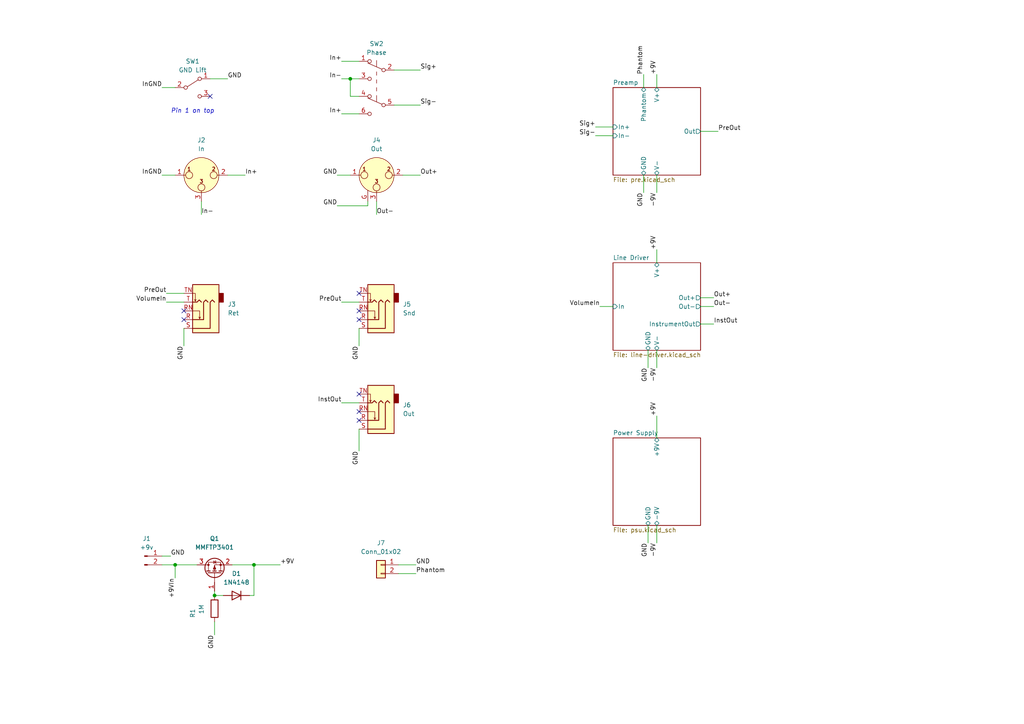
<source format=kicad_sch>
(kicad_sch (version 20211123) (generator eeschema)
  (paper "A4")
  (lib_symbols
    (symbol "Connector:AudioJack3_SwitchTR"
      (property "Reference" "J" (at 0 8.89 0))
      (property "Value" "AudioJack3_SwitchTR" (at 0 6.35 0))
      (symbol "AudioJack3_SwitchTR_0_1"
        (rectangle (start -5.08 -5.08) (end -6.35 -7.62) (stroke (width 0.254)) (fill (type outline)))
        (polyline (pts (xy 0.508 -0.254) (xy 0.762 -0.762)))
        (polyline (pts (xy 1.778 -5.334) (xy 2.032 -5.842)))
        (polyline (pts (xy 0 -5.08) (xy 0.635 -5.715) (xy 1.27 -5.08) (xy 2.54 -5.08)) (stroke (width 0.254)))
        (polyline (pts (xy 2.54 -7.62) (xy 1.778 -7.62) (xy 1.778 -5.334) (xy 1.524 -5.842)))
        (polyline (pts (xy 2.54 -2.54) (xy 0.508 -2.54) (xy 0.508 -0.254) (xy 0.254 -0.762)))
        (polyline (pts (xy -1.905 -5.08) (xy -1.27 -5.715) (xy -0.635 -5.08) (xy -0.635 0) (xy 2.54 0)) (stroke (width 0.254)))
        (polyline (pts (xy 2.54 2.54) (xy -2.54 2.54) (xy -2.54 -5.08) (xy -3.175 -5.715) (xy -3.81 -5.08)) (stroke (width 0.254)))
        (rectangle (start 2.54 3.81) (end -5.08 -10.16) (stroke (width 0.254)) (fill (type background)))
      )
      (symbol "AudioJack3_SwitchTR_1_1"
        (pin passive line (at 5.08 0 180) (length 2.54) (name "~") (number "R"))
        (pin passive line (at 5.08 -2.54 180) (length 2.54) (name "~") (number "RN"))
        (pin passive line (at 5.08 2.54 180) (length 2.54) (name "~") (number "S"))
        (pin passive line (at 5.08 -5.08 180) (length 2.54) (name "~") (number "T"))
        (pin passive line (at 5.08 -7.62 180) (length 2.54) (name "~") (number "TN"))
      )
    )
    (symbol "Connector:Conn_01x02_Male" (pin_names (offset 1.016) hide)
      (property "Reference" "J" (at 0 2.54 0))
      (property "Value" "Conn_01x02_Male" (at 0 -5.08 0))
      (symbol "Conn_01x02_Male_1_1"
        (polyline (pts (xy 1.27 -2.54) (xy 0.8636 -2.54)) (stroke (width 0.1524)))
        (polyline (pts (xy 1.27 0) (xy 0.8636 0)) (stroke (width 0.1524)))
        (rectangle (start 0.8636 -2.413) (end 0 -2.667) (stroke (width 0.1524)) (fill (type outline)))
        (rectangle (start 0.8636 0.127) (end 0 -0.127) (stroke (width 0.1524)) (fill (type outline)))
        (pin passive line (at 5.08 0 180) (length 3.81) (name "Pin_1") (number "1"))
        (pin passive line (at 5.08 -2.54 180) (length 3.81) (name "Pin_2") (number "2"))
      )
    )
    (symbol "Connector:XLR3" (pin_names hide)
      (property "Reference" "J" (at 0 8.89 0))
      (property "Value" "XLR3" (at 0 6.35 0))
      (symbol "XLR3_0_1"
        (circle (center -3.556 0) (radius 1.016))
        (circle (center 0 -3.556) (radius 1.016))
        (polyline (pts (xy -5.08 0) (xy -4.572 0)))
        (polyline (pts (xy 0 -5.08) (xy 0 -4.572)))
        (polyline (pts (xy 5.08 0) (xy 4.572 0)))
        (circle (center 0 0) (radius 5.08) (fill (type background)))
        (circle (center 3.556 0) (radius 1.016))
        (text "1" (at -3.556 1.778 0) (effects (font (size 1.016 1.016) bold)))
        (text "2" (at 3.556 1.778 0) (effects (font (size 1.016 1.016) bold)))
        (text "3" (at 0 -1.778 0) (effects (font (size 1.016 1.016) bold)))
        (pin passive line (at -7.62 0 0) (length 2.54) (name "~") (number "1"))
        (pin passive line (at 7.62 0 180) (length 2.54) (name "~") (number "2"))
        (pin passive line (at 0 -7.62 90) (length 2.54) (name "~") (number "3"))
      )
    )
    (symbol "Connector:XLR3_Ground" (pin_names hide)
      (property "Reference" "J" (at 0 8.89 0))
      (property "Value" "XLR3_Ground" (at 0 6.35 0))
      (symbol "XLR3_Ground_0_1"
        (circle (center -3.556 0) (radius 1.016))
        (circle (center 0 -3.556) (radius 1.016))
        (polyline (pts (xy -5.08 0) (xy -4.572 0)))
        (polyline (pts (xy -2.54 -5.08) (xy -2.54 -4.445)))
        (polyline (pts (xy 0 -5.08) (xy 0 -4.572)))
        (polyline (pts (xy 5.08 0) (xy 4.572 0)))
        (circle (center 0 0) (radius 5.08) (fill (type background)))
        (circle (center 3.556 0) (radius 1.016))
        (text "1" (at -3.556 1.778 0) (effects (font (size 1.016 1.016) bold)))
        (text "2" (at 3.556 1.778 0) (effects (font (size 1.016 1.016) bold)))
        (text "3" (at 0 -1.778 0) (effects (font (size 1.016 1.016) bold)))
        (pin passive line (at -7.62 0 0) (length 2.54) (name "~") (number "1"))
        (pin passive line (at 7.62 0 180) (length 2.54) (name "~") (number "2"))
        (pin passive line (at 0 -7.62 90) (length 2.54) (name "~") (number "3"))
      )
      (symbol "XLR3_Ground_1_1"
        (pin passive line (at -2.54 -7.62 90) (length 2.54) (name "~") (number "G"))
      )
    )
    (symbol "Connector_Generic:Conn_01x02" (pin_names (offset 1.016) hide)
      (property "Reference" "J" (at 0 2.54 0))
      (property "Value" "Conn_01x02" (at 0 -5.08 0))
      (symbol "Conn_01x02_1_1"
        (rectangle (start -1.27 -2.413) (end 0 -2.667) (stroke (width 0.1524)))
        (rectangle (start -1.27 0.127) (end 0 -0.127) (stroke (width 0.1524)))
        (rectangle (start -1.27 1.27) (end 1.27 -3.81) (stroke (width 0.254)) (fill (type background)))
        (pin passive line (at -5.08 0 0) (length 3.81) (name "Pin_1") (number "1"))
        (pin passive line (at -5.08 -2.54 0) (length 3.81) (name "Pin_2") (number "2"))
      )
    )
    (symbol "Device:Q_PMOS_GSD" (pin_names (offset 0) hide)
      (property "Reference" "Q" (at 5.08 1.27 0))
      (property "Value" "Q_PMOS_GSD" (at 5.08 -1.27 0))
      (symbol "Q_PMOS_GSD_0_1"
        (polyline (pts (xy 0.254 0) (xy -2.54 0)))
        (polyline (pts (xy 0.254 1.905) (xy 0.254 -1.905)) (stroke (width 0.254)))
        (polyline (pts (xy 0.762 -1.27) (xy 0.762 -2.286)) (stroke (width 0.254)))
        (polyline (pts (xy 0.762 0.508) (xy 0.762 -0.508)) (stroke (width 0.254)))
        (polyline (pts (xy 0.762 2.286) (xy 0.762 1.27)) (stroke (width 0.254)))
        (polyline (pts (xy 2.54 2.54) (xy 2.54 1.778)))
        (polyline (pts (xy 2.54 -2.54) (xy 2.54 0) (xy 0.762 0)))
        (polyline (pts (xy 0.762 1.778) (xy 3.302 1.778) (xy 3.302 -1.778) (xy 0.762 -1.778)))
        (polyline (pts (xy 2.286 0) (xy 1.27 0.381) (xy 1.27 -0.381) (xy 2.286 0)) (fill (type outline)))
        (polyline (pts (xy 2.794 -0.508) (xy 2.921 -0.381) (xy 3.683 -0.381) (xy 3.81 -0.254)))
        (polyline (pts (xy 3.302 -0.381) (xy 2.921 0.254) (xy 3.683 0.254) (xy 3.302 -0.381)))
        (circle (center 1.651 0) (radius 2.794) (stroke (width 0.254)))
        (circle (center 2.54 -1.778) (radius 0.254) (fill (type outline)))
        (circle (center 2.54 1.778) (radius 0.254) (fill (type outline)))
      )
      (symbol "Q_PMOS_GSD_1_1"
        (pin input line (at -5.08 0 0) (length 2.54) (name "G") (number "1"))
        (pin passive line (at 2.54 -5.08 90) (length 2.54) (name "S") (number "2"))
        (pin passive line (at 2.54 5.08 270) (length 2.54) (name "D") (number "3"))
      )
    )
    (symbol "Device:R" (pin_numbers hide) (pin_names (offset 0))
      (property "Reference" "R" (at 2.032 0 90))
      (property "Value" "R" (at 0 0 90))
      (symbol "R_0_1"
        (rectangle (start -1.016 -2.54) (end 1.016 2.54) (stroke (width 0.254)))
      )
      (symbol "R_1_1"
        (pin passive line (at 0 3.81 270) (length 1.27) (name "~") (number "1"))
        (pin passive line (at 0 -3.81 90) (length 1.27) (name "~") (number "2"))
      )
    )
    (symbol "Diode:1N4148" (pin_numbers hide) (pin_names hide)
      (property "Reference" "D" (at 0 2.54 0))
      (property "Value" "1N4148" (at 0 -2.54 0))
      (symbol "1N4148_0_1"
        (polyline (pts (xy -1.27 1.27) (xy -1.27 -1.27)) (stroke (width 0.254)))
        (polyline (pts (xy 1.27 0) (xy -1.27 0)))
        (polyline (pts (xy 1.27 1.27) (xy 1.27 -1.27) (xy -1.27 0) (xy 1.27 1.27)) (stroke (width 0.254)))
      )
      (symbol "1N4148_1_1"
        (pin passive line (at -3.81 0 0) (length 2.54) (name "K") (number "1"))
        (pin passive line (at 3.81 0 180) (length 2.54) (name "A") (number "2"))
      )
    )
    (symbol "Switch:SW_Push_DPDT" (pin_names (offset 0) hide)
      (property "Reference" "SW" (at 0 8.89 0))
      (property "Value" "SW_Push_DPDT" (at 0 -10.16 0))
      (symbol "SW_Push_DPDT_0_0"
        (circle (center -2.032 -5.08) (radius 0.508))
        (circle (center -2.032 5.08) (radius 0.508))
        (circle (center 2.032 -7.62) (radius 0.508))
        (circle (center 2.032 2.54) (radius 0.508))
      )
      (symbol "SW_Push_DPDT_0_1"
        (polyline (pts (xy -1.524 -4.826) (xy 2.54 -3.048)))
        (polyline (pts (xy -1.524 5.334) (xy 2.54 7.112)))
        (polyline (pts (xy 0 -2.286) (xy 0 -4.064)))
        (polyline (pts (xy 0 -1.016) (xy 0 0)))
        (polyline (pts (xy 0 1.27) (xy 0 2.286)))
        (polyline (pts (xy 0 3.556) (xy 0 4.572)))
        (polyline (pts (xy 0 7.874) (xy 0 6.096)))
        (circle (center 2.032 -2.54) (radius 0.508))
        (circle (center 2.032 7.62) (radius 0.508))
      )
      (symbol "SW_Push_DPDT_1_1"
        (pin passive line (at 5.08 7.62 180) (length 2.54) (name "A") (number "1"))
        (pin passive line (at -5.08 5.08 0) (length 2.54) (name "B") (number "2"))
        (pin passive line (at 5.08 2.54 180) (length 2.54) (name "C") (number "3"))
        (pin passive line (at 5.08 -2.54 180) (length 2.54) (name "A") (number "4"))
        (pin passive line (at -5.08 -5.08 0) (length 2.54) (name "B") (number "5"))
        (pin passive line (at 5.08 -7.62 180) (length 2.54) (name "C") (number "6"))
      )
    )
    (symbol "Switch:SW_SPDT" (pin_names (offset 0) hide)
      (property "Reference" "SW" (at 0 4.318 0))
      (property "Value" "SW_SPDT" (at 0 -5.08 0))
      (symbol "SW_SPDT_0_0"
        (circle (center -2.032 0) (radius 0.508))
        (circle (center 2.032 -2.54) (radius 0.508))
      )
      (symbol "SW_SPDT_0_1"
        (polyline (pts (xy -1.524 0.254) (xy 1.651 2.286)))
        (circle (center 2.032 2.54) (radius 0.508))
      )
      (symbol "SW_SPDT_1_1"
        (pin passive line (at 5.08 2.54 180) (length 2.54) (name "A") (number "1"))
        (pin passive line (at -5.08 0 0) (length 2.54) (name "B") (number "2"))
        (pin passive line (at 5.08 -2.54 180) (length 2.54) (name "C") (number "3"))
      )
    )
  )
  (junction (at 62.23 172.72))
  (junction (at 73.66 163.83))
  (junction (at 50.8 163.83))
  (junction (at 101.6 22.86))
  (no_connect (at 53.34 92.71))
  (no_connect (at 104.14 85.09))
  (no_connect (at 60.96 27.94))
  (no_connect (at 104.14 92.71))
  (no_connect (at 104.14 119.38))
  (no_connect (at 104.14 121.92))
  (no_connect (at 53.34 90.17))
  (no_connect (at 104.14 114.3))
  (no_connect (at 104.14 90.17))
  (wire (pts (xy 190.5 72.39) (xy 190.5 76.2)))
  (wire (pts (xy 116.84 50.8) (xy 121.92 50.8)))
  (wire (pts (xy 104.14 95.25) (xy 104.14 100.33)))
  (wire (pts (xy 101.6 22.86) (xy 101.6 27.94)))
  (wire (pts (xy 58.42 58.42) (xy 58.42 62.23)))
  (wire (pts (xy 46.99 163.83) (xy 50.8 163.83)))
  (wire (pts (xy 97.79 50.8) (xy 101.6 50.8)))
  (wire (pts (xy 190.5 120.65) (xy 190.5 127)))
  (wire (pts (xy 173.99 88.9) (xy 177.8 88.9)))
  (wire (pts (xy 190.5 21.59) (xy 190.5 25.4)))
  (wire (pts (xy 67.31 163.83) (xy 73.66 163.83)))
  (wire (pts (xy 99.06 17.78) (xy 104.14 17.78)))
  (wire (pts (xy 60.96 22.86) (xy 66.04 22.86)))
  (wire (pts (xy 73.66 163.83) (xy 81.28 163.83)))
  (wire (pts (xy 115.57 163.83) (xy 120.65 163.83)))
  (wire (pts (xy 99.06 33.02) (xy 104.14 33.02)))
  (wire (pts (xy 187.96 101.6) (xy 187.96 106.68)))
  (wire (pts (xy 190.5 50.8) (xy 190.5 55.88)))
  (wire (pts (xy 73.66 163.83) (xy 73.66 172.72)))
  (wire (pts (xy 101.6 27.94) (xy 104.14 27.94)))
  (wire (pts (xy 203.2 93.98) (xy 207.01 93.98)))
  (wire (pts (xy 50.8 163.83) (xy 50.8 167.64)))
  (wire (pts (xy 99.06 22.86) (xy 101.6 22.86)))
  (wire (pts (xy 62.23 180.34) (xy 62.23 184.15)))
  (wire (pts (xy 104.14 124.46) (xy 104.14 130.81)))
  (wire (pts (xy 46.99 161.29) (xy 49.53 161.29)))
  (wire (pts (xy 190.5 101.6) (xy 190.5 106.68)))
  (wire (pts (xy 72.39 172.72) (xy 73.66 172.72)))
  (wire (pts (xy 115.57 166.37) (xy 120.65 166.37)))
  (wire (pts (xy 50.8 163.83) (xy 57.15 163.83)))
  (wire (pts (xy 99.06 116.84) (xy 104.14 116.84)))
  (wire (pts (xy 53.34 95.25) (xy 53.34 100.33)))
  (wire (pts (xy 203.2 86.36) (xy 207.01 86.36)))
  (wire (pts (xy 203.2 88.9) (xy 207.01 88.9)))
  (wire (pts (xy 186.69 21.59) (xy 186.69 25.4)))
  (wire (pts (xy 203.2 38.1) (xy 208.28 38.1)))
  (wire (pts (xy 48.26 87.63) (xy 53.34 87.63)))
  (wire (pts (xy 109.22 58.42) (xy 109.22 62.23)))
  (wire (pts (xy 66.04 50.8) (xy 71.12 50.8)))
  (wire (pts (xy 48.26 85.09) (xy 53.34 85.09)))
  (wire (pts (xy 114.3 20.32) (xy 121.92 20.32)))
  (wire (pts (xy 106.68 58.42) (xy 106.68 59.69)))
  (wire (pts (xy 186.69 50.8) (xy 186.69 55.88)))
  (wire (pts (xy 97.79 59.69) (xy 106.68 59.69)))
  (wire (pts (xy 101.6 22.86) (xy 104.14 22.86)))
  (wire (pts (xy 46.99 25.4) (xy 50.8 25.4)))
  (wire (pts (xy 62.23 172.72) (xy 64.77 172.72)))
  (wire (pts (xy 62.23 171.45) (xy 62.23 172.72)))
  (wire (pts (xy 172.72 39.37) (xy 177.8 39.37)))
  (wire (pts (xy 99.06 87.63) (xy 104.14 87.63)))
  (wire (pts (xy 190.5 152.4) (xy 190.5 157.48)))
  (wire (pts (xy 172.72 36.83) (xy 177.8 36.83)))
  (wire (pts (xy 187.96 152.4) (xy 187.96 157.48)))
  (wire (pts (xy 46.99 50.8) (xy 50.8 50.8)))
  (wire (pts (xy 114.3 30.48) (xy 121.92 30.48)))
  (text "Pin 1 on top" (at 49.53 33.02 0) (effects (font (size 1.27 1.27) italic) (justify left bottom)))
  (label "GND" (at 120.65 163.83 0))
  (label "Out-" (at 109.22 62.23 0))
  (label "+9VIn" (at 50.8 167.64 270))
  (label "PreOut" (at 208.28 38.1 0))
  (label "-9V" (at 190.5 157.48 270))
  (label "-9V" (at 190.5 55.88 270))
  (label "GND" (at 104.14 100.33 270))
  (label "+9V" (at 190.5 120.65 90))
  (label "GND" (at 62.23 184.15 270))
  (label "PreOut" (at 48.26 85.09 180))
  (label "+9V" (at 81.28 163.83 0))
  (label "GND" (at 97.79 59.69 180))
  (label "PreOut" (at 99.06 87.63 180))
  (label "InGND" (at 46.99 25.4 180))
  (label "Sig-" (at 121.92 30.48 0))
  (label "+9V" (at 190.5 21.59 90))
  (label "Phantom" (at 186.69 21.59 90))
  (label "In+" (at 99.06 17.78 180))
  (label "VolumeIn" (at 173.99 88.9 180))
  (label "-9V" (at 190.5 106.68 270))
  (label "Out+" (at 207.01 86.36 0))
  (label "GND" (at 97.79 50.8 180))
  (label "Out-" (at 207.01 88.9 0))
  (label "Sig+" (at 172.72 36.83 180))
  (label "InGND" (at 46.99 50.8 180))
  (label "In-" (at 58.42 62.23 0))
  (label "Sig+" (at 121.92 20.32 0))
  (label "In-" (at 99.06 22.86 180))
  (label "GND" (at 49.53 161.29 0))
  (label "GND" (at 53.34 100.33 270))
  (label "InstOut" (at 207.01 93.98 0))
  (label "GND" (at 187.96 157.48 270))
  (label "In+" (at 99.06 33.02 180))
  (label "VolumeIn" (at 48.26 87.63 180))
  (label "GND" (at 186.69 55.88 270))
  (label "+9V" (at 190.5 72.39 90))
  (label "InstOut" (at 99.06 116.84 180))
  (label "GND" (at 66.04 22.86 0))
  (label "Sig-" (at 172.72 39.37 180))
  (label "GND" (at 104.14 130.81 270))
  (label "Out+" (at 121.92 50.8 0))
  (label "Phantom" (at 120.65 166.37 0))
  (label "GND" (at 187.96 106.68 270))
  (label "In+" (at 71.12 50.8 0))
  (symbol (lib_id "Connector:AudioJack3_SwitchTR") (at 109.22 121.92 180) (unit 1)
    (property "Reference" "J6" (at 116.84 117.4749 0) (effects (justify right)))
    (property "Value" "Out" (at 116.84 120.0149 0) (effects (justify right)))
    (property "Footprint" "tayda-6mm35-jack-pcb-compact:tayda-6mm35-jack-pcb-compact" (effects hide))
  )
  (symbol (lib_id "Connector:XLR3_Ground") (at 109.22 50.8 0) (unit 1)
    (property "Reference" "J4" (at 109.22 40.64 0))
    (property "Value" "Out" (at 109.22 43.18 0))
    (property "Footprint" "Connector_Audio:Jack_XLR_Neutrik_NC3MAH-0_Horizontal" (effects hide))
    (property "Datasheet" " ~" (effects hide))
  )
  (symbol (lib_id "Diode:1N4148") (at 68.58 172.72 180) (unit 1)
    (property "Reference" "D1" (at 68.58 166.37 0))
    (property "Value" "1N4148" (at 68.58 168.91 0))
    (property "Footprint" "Diode_SMD:D_SOD-323_HandSoldering" (effects hide))
    (property "Datasheet" "https://assets.nexperia.com/documents/data-sheet/1N4148_1N4448.pdf" (effects hide))
    (property "Mouser" "https://eu.mouser.com/ProductDetail/Micro-Commercial-Components-MCC/1N4148WX-TP?qs=Vo7e0yZOYdH7fKyVBspYOg%3D%3D" (effects hide))
  )
  (symbol (lib_id "Connector_Generic:Conn_01x02") (at 110.49 163.83 0) (mirror y) (unit 1)
    (property "Reference" "J7" (at 110.49 157.48 0))
    (property "Value" "Conn_01x02" (at 110.49 160.02 0))
    (property "Footprint" "Connector_PinSocket_2.54mm:PinSocket_1x02_P2.54mm_Vertical" (effects hide))
  )
  (symbol (lib_id "Connector:Conn_01x02_Male") (at 41.91 161.29 0) (unit 1)
    (property "Reference" "J1" (at 42.545 156.21 0))
    (property "Value" "+9v" (at 42.545 158.75 0))
    (property "Footprint" "Connector_JST:JST_XH_B2B-XH-A_1x02_P2.50mm_Vertical" (effects hide))
  )
  (symbol (lib_id "Device:R") (at 62.23 176.53 180) (unit 1)
    (property "Reference" "R1" (at 55.88 176.53 90) (effects (justify left)))
    (property "Value" "1M" (at 58.42 175.26 90) (effects (justify left)))
    (property "Footprint" "Resistor_THT:R_Axial_DIN0207_L6.3mm_D2.5mm_P7.62mm_Horizontal" (effects hide))
  )
  (symbol (lib_id "Connector:AudioJack3_SwitchTR") (at 109.22 92.71 180) (unit 1)
    (property "Reference" "J5" (at 116.84 88.2649 0) (effects (justify right)))
    (property "Value" "Snd" (at 116.84 90.8049 0) (effects (justify right)))
    (property "Footprint" "tayda-6mm35-jack-pcb-compact:tayda-6mm35-jack-pcb-compact" (effects hide))
  )
  (symbol (lib_id "Connector:XLR3") (at 58.42 50.8 0) (unit 1)
    (property "Reference" "J2" (at 58.42 40.64 0))
    (property "Value" "In" (at 58.42 43.18 0))
    (property "Footprint" "Connector_Audio:Jack_XLR_Neutrik_NC3FAH-0_Horizontal" (effects hide))
    (property "Datasheet" " ~" (effects hide))
  )
  (symbol (lib_id "Device:Q_PMOS_GSD") (at 62.23 166.37 90) (unit 1)
    (property "Reference" "Q1" (at 62.23 156.21 90))
    (property "Value" "MMFTP3401" (at 62.23 158.75 90))
    (property "Footprint" "Package_TO_SOT_SMD:SOT-23" (effects hide))
  )
  (symbol (lib_id "Switch:SW_SPDT") (at 55.88 25.4 0) (unit 1)
    (property "Reference" "SW1" (at 55.88 17.78 0))
    (property "Value" "GND Lift" (at 55.88 20.32 0))
    (property "Footprint" "switches:SPDT.LUGS" (effects hide))
  )
  (symbol (lib_id "Switch:SW_Push_DPDT") (at 109.22 25.4 0) (mirror y) (unit 1)
    (property "Reference" "SW2" (at 109.22 12.7 0))
    (property "Value" "Phase" (at 109.22 15.24 0))
    (property "Footprint" "switches:DPDT.LUGS" (effects hide))
  )
  (symbol (lib_id "Connector:AudioJack3_SwitchTR") (at 58.42 92.71 180) (unit 1)
    (property "Reference" "J3" (at 66.04 88.2649 0) (effects (justify right)))
    (property "Value" "Ret" (at 66.04 90.8049 0) (effects (justify right)))
    (property "Footprint" "tayda-6mm35-jack-pcb-compact:tayda-6mm35-jack-pcb-compact" (effects hide))
  )
  (sheet (at 177.8 25.4) (size 25.4 25.4) (stroke (width 0.1524))
    (property "Sheet name" "Preamp" (at 177.8 24.6884 0) (effects (justify left bottom)))
    (property "Sheet file" "pre.kicad_sch" (at 177.8 51.3846 0) (effects (justify left top)))
    (pin "In-" input (at 177.8 39.37 180))
    (pin "In+" input (at 177.8 36.83 180))
    (pin "Phantom" bidirectional (at 186.69 25.4 90))
    (pin "GND" bidirectional (at 186.69 50.8 270))
    (pin "V-" bidirectional (at 190.5 50.8 270))
    (pin "V+" bidirectional (at 190.5 25.4 90))
    (pin "Out" output (at 203.2 38.1 0))
  )
  (sheet (at 177.8 127) (size 25.4 25.4) (stroke (width 0.1524))
    (property "Sheet name" "Power Supply" (at 177.8 126.2884 0) (effects (justify left bottom)))
    (property "Sheet file" "psu.kicad_sch" (at 177.8 152.9846 0) (effects (justify left top)))
    (pin "GND" bidirectional (at 187.96 152.4 270))
    (pin "+9V" bidirectional (at 190.5 127 90))
    (pin "-9V" bidirectional (at 190.5 152.4 270))
  )
  (sheet (at 177.8 76.2) (size 25.4 25.4) (stroke (width 0.1524))
    (property "Sheet name" "Line Driver" (at 177.8 75.4884 0) (effects (justify left bottom)))
    (property "Sheet file" "line-driver.kicad_sch" (at 177.8 102.1846 0) (effects (justify left top)))
    (pin "In" input (at 177.8 88.9 180))
    (pin "InstrumentOut" output (at 203.2 93.98 0))
    (pin "GND" bidirectional (at 187.96 101.6 270))
    (pin "V+" bidirectional (at 190.5 76.2 90))
    (pin "V-" bidirectional (at 190.5 101.6 270))
    (pin "Out+" output (at 203.2 86.36 0))
    (pin "Out-" output (at 203.2 88.9 0))
  )
)
</source>
